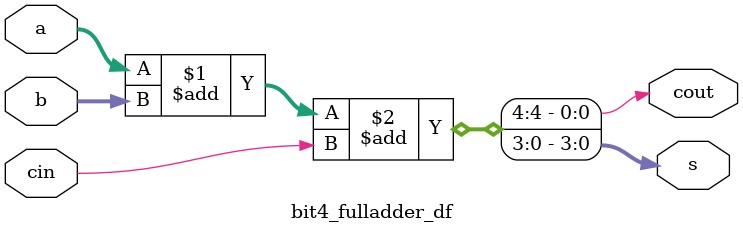
<source format=v>
module bit4_fulladder_df (s, cout, a, b, cin);
    
input   [3:0]a, b;
input   cin;

output [3:0]s;
output cout;

assign {cout, s} = a + b + cin; 


endmodule
</source>
